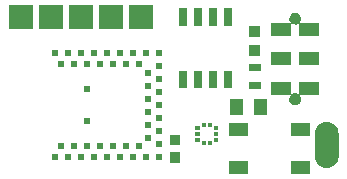
<source format=gbr>
G04 #@! TF.FileFunction,Soldermask,Top*
%FSLAX46Y46*%
G04 Gerber Fmt 4.6, Leading zero omitted, Abs format (unit mm)*
G04 Created by KiCad (PCBNEW 4.0.7) date Monday, September 16, 2019 'PMt' 11:11:56 PM*
%MOMM*%
%LPD*%
G01*
G04 APERTURE LIST*
%ADD10C,0.100000*%
G04 APERTURE END LIST*
D10*
G36*
X128926717Y-121530999D02*
X127275209Y-121530999D01*
X127275209Y-120429401D01*
X128926717Y-120429401D01*
X128926717Y-121530999D01*
X128926717Y-121530999D01*
G37*
G36*
X123676791Y-121530999D02*
X122025283Y-121530999D01*
X122025283Y-120429401D01*
X123676791Y-120429401D01*
X123676791Y-121530999D01*
X123676791Y-121530999D01*
G37*
G36*
X130503728Y-117117227D02*
X130503731Y-117117228D01*
X130503741Y-117117229D01*
X130690794Y-117175132D01*
X130863038Y-117268264D01*
X131013912Y-117393077D01*
X131137670Y-117544819D01*
X131229597Y-117717709D01*
X131286192Y-117905162D01*
X131305300Y-118100037D01*
X131305300Y-120023963D01*
X131305202Y-120037971D01*
X131283375Y-120232561D01*
X131224168Y-120419205D01*
X131129836Y-120590794D01*
X131003972Y-120740793D01*
X130851370Y-120863489D01*
X130677843Y-120954207D01*
X130490000Y-121009492D01*
X130489995Y-121009492D01*
X130489990Y-121009494D01*
X130334055Y-121023684D01*
X130294996Y-121027239D01*
X130294993Y-121027239D01*
X130100272Y-121006773D01*
X130100269Y-121006772D01*
X130100259Y-121006771D01*
X129913206Y-120948868D01*
X129740962Y-120855736D01*
X129590088Y-120730923D01*
X129466330Y-120579181D01*
X129374403Y-120406291D01*
X129317808Y-120218838D01*
X129298700Y-120023963D01*
X129298700Y-118100037D01*
X129298798Y-118086029D01*
X129320625Y-117891439D01*
X129379832Y-117704795D01*
X129474164Y-117533206D01*
X129600028Y-117383207D01*
X129752630Y-117260511D01*
X129926157Y-117169793D01*
X130114000Y-117114508D01*
X130114005Y-117114508D01*
X130114010Y-117114506D01*
X130269945Y-117100316D01*
X130309005Y-117096761D01*
X130309007Y-117096761D01*
X130503728Y-117117227D01*
X130503728Y-117117227D01*
G37*
G36*
X117900800Y-120580800D02*
X117049200Y-120580800D01*
X117049200Y-119679200D01*
X117900800Y-119679200D01*
X117900800Y-120580800D01*
X117900800Y-120580800D01*
G37*
G36*
X116313800Y-120337800D02*
X115812200Y-120337800D01*
X115812200Y-119836200D01*
X116313800Y-119836200D01*
X116313800Y-120337800D01*
X116313800Y-120337800D01*
G37*
G36*
X115213800Y-120337800D02*
X114712200Y-120337800D01*
X114712200Y-119836200D01*
X115213800Y-119836200D01*
X115213800Y-120337800D01*
X115213800Y-120337800D01*
G37*
G36*
X114113800Y-120337800D02*
X113612200Y-120337800D01*
X113612200Y-119836200D01*
X114113800Y-119836200D01*
X114113800Y-120337800D01*
X114113800Y-120337800D01*
G37*
G36*
X113013800Y-120337800D02*
X112512200Y-120337800D01*
X112512200Y-119836200D01*
X113013800Y-119836200D01*
X113013800Y-120337800D01*
X113013800Y-120337800D01*
G37*
G36*
X111913800Y-120337800D02*
X111412200Y-120337800D01*
X111412200Y-119836200D01*
X111913800Y-119836200D01*
X111913800Y-120337800D01*
X111913800Y-120337800D01*
G37*
G36*
X110813800Y-120337800D02*
X110312200Y-120337800D01*
X110312200Y-119836200D01*
X110813800Y-119836200D01*
X110813800Y-120337800D01*
X110813800Y-120337800D01*
G37*
G36*
X109713800Y-120337800D02*
X109212200Y-120337800D01*
X109212200Y-119836200D01*
X109713800Y-119836200D01*
X109713800Y-120337800D01*
X109713800Y-120337800D01*
G37*
G36*
X108613800Y-120337800D02*
X108112200Y-120337800D01*
X108112200Y-119836200D01*
X108613800Y-119836200D01*
X108613800Y-120337800D01*
X108613800Y-120337800D01*
G37*
G36*
X107513800Y-120337800D02*
X107012200Y-120337800D01*
X107012200Y-119836200D01*
X107513800Y-119836200D01*
X107513800Y-120337800D01*
X107513800Y-120337800D01*
G37*
G36*
X110263800Y-119437800D02*
X109762200Y-119437800D01*
X109762200Y-118936200D01*
X110263800Y-118936200D01*
X110263800Y-119437800D01*
X110263800Y-119437800D01*
G37*
G36*
X111363800Y-119437800D02*
X110862200Y-119437800D01*
X110862200Y-118936200D01*
X111363800Y-118936200D01*
X111363800Y-119437800D01*
X111363800Y-119437800D01*
G37*
G36*
X112463800Y-119437800D02*
X111962200Y-119437800D01*
X111962200Y-118936200D01*
X112463800Y-118936200D01*
X112463800Y-119437800D01*
X112463800Y-119437800D01*
G37*
G36*
X108063800Y-119437800D02*
X107562200Y-119437800D01*
X107562200Y-118936200D01*
X108063800Y-118936200D01*
X108063800Y-119437800D01*
X108063800Y-119437800D01*
G37*
G36*
X109163800Y-119437800D02*
X108662200Y-119437800D01*
X108662200Y-118936200D01*
X109163800Y-118936200D01*
X109163800Y-119437800D01*
X109163800Y-119437800D01*
G37*
G36*
X113563800Y-119437800D02*
X113062200Y-119437800D01*
X113062200Y-118936200D01*
X113563800Y-118936200D01*
X113563800Y-119437800D01*
X113563800Y-119437800D01*
G37*
G36*
X114663800Y-119437800D02*
X114162200Y-119437800D01*
X114162200Y-118936200D01*
X114663800Y-118936200D01*
X114663800Y-119437800D01*
X114663800Y-119437800D01*
G37*
G36*
X116313800Y-119237800D02*
X115812200Y-119237800D01*
X115812200Y-118736200D01*
X116313800Y-118736200D01*
X116313800Y-119237800D01*
X116313800Y-119237800D01*
G37*
G36*
X117900800Y-119080800D02*
X117049200Y-119080800D01*
X117049200Y-118179200D01*
X117900800Y-118179200D01*
X117900800Y-119080800D01*
X117900800Y-119080800D01*
G37*
G36*
X120067800Y-119060800D02*
X119716200Y-119060800D01*
X119716200Y-118684200D01*
X120067800Y-118684200D01*
X120067800Y-119060800D01*
X120067800Y-119060800D01*
G37*
G36*
X120567800Y-119060800D02*
X120216200Y-119060800D01*
X120216200Y-118684200D01*
X120567800Y-118684200D01*
X120567800Y-119060800D01*
X120567800Y-119060800D01*
G37*
G36*
X119567800Y-118785800D02*
X119191200Y-118785800D01*
X119191200Y-118434200D01*
X119567800Y-118434200D01*
X119567800Y-118785800D01*
X119567800Y-118785800D01*
G37*
G36*
X121092800Y-118785800D02*
X120716200Y-118785800D01*
X120716200Y-118434200D01*
X121092800Y-118434200D01*
X121092800Y-118785800D01*
X121092800Y-118785800D01*
G37*
G36*
X115413800Y-118687800D02*
X114912200Y-118687800D01*
X114912200Y-118186200D01*
X115413800Y-118186200D01*
X115413800Y-118687800D01*
X115413800Y-118687800D01*
G37*
G36*
X123676791Y-118330599D02*
X122025283Y-118330599D01*
X122025283Y-117229001D01*
X123676791Y-117229001D01*
X123676791Y-118330599D01*
X123676791Y-118330599D01*
G37*
G36*
X128926717Y-118330599D02*
X127275209Y-118330599D01*
X127275209Y-117229001D01*
X128926717Y-117229001D01*
X128926717Y-118330599D01*
X128926717Y-118330599D01*
G37*
G36*
X119567800Y-118285800D02*
X119191200Y-118285800D01*
X119191200Y-117934200D01*
X119567800Y-117934200D01*
X119567800Y-118285800D01*
X119567800Y-118285800D01*
G37*
G36*
X121092800Y-118285800D02*
X120716200Y-118285800D01*
X120716200Y-117934200D01*
X121092800Y-117934200D01*
X121092800Y-118285800D01*
X121092800Y-118285800D01*
G37*
G36*
X116313800Y-118137800D02*
X115812200Y-118137800D01*
X115812200Y-117636200D01*
X116313800Y-117636200D01*
X116313800Y-118137800D01*
X116313800Y-118137800D01*
G37*
G36*
X119567800Y-117785800D02*
X119191200Y-117785800D01*
X119191200Y-117434200D01*
X119567800Y-117434200D01*
X119567800Y-117785800D01*
X119567800Y-117785800D01*
G37*
G36*
X121092800Y-117785800D02*
X120716200Y-117785800D01*
X120716200Y-117434200D01*
X121092800Y-117434200D01*
X121092800Y-117785800D01*
X121092800Y-117785800D01*
G37*
G36*
X115413800Y-117587800D02*
X114912200Y-117587800D01*
X114912200Y-117086200D01*
X115413800Y-117086200D01*
X115413800Y-117587800D01*
X115413800Y-117587800D01*
G37*
G36*
X120567800Y-117535800D02*
X120216200Y-117535800D01*
X120216200Y-117159200D01*
X120567800Y-117159200D01*
X120567800Y-117535800D01*
X120567800Y-117535800D01*
G37*
G36*
X120067800Y-117535800D02*
X119716200Y-117535800D01*
X119716200Y-117159200D01*
X120067800Y-117159200D01*
X120067800Y-117535800D01*
X120067800Y-117535800D01*
G37*
G36*
X110263800Y-117287800D02*
X109762200Y-117287800D01*
X109762200Y-116786200D01*
X110263800Y-116786200D01*
X110263800Y-117287800D01*
X110263800Y-117287800D01*
G37*
G36*
X116313800Y-117037800D02*
X115812200Y-117037800D01*
X115812200Y-116536200D01*
X116313800Y-116536200D01*
X116313800Y-117037800D01*
X116313800Y-117037800D01*
G37*
G36*
X125248800Y-116499800D02*
X124147200Y-116499800D01*
X124147200Y-115148200D01*
X125248800Y-115148200D01*
X125248800Y-116499800D01*
X125248800Y-116499800D01*
G37*
G36*
X123248800Y-116499800D02*
X122147200Y-116499800D01*
X122147200Y-115148200D01*
X123248800Y-115148200D01*
X123248800Y-116499800D01*
X123248800Y-116499800D01*
G37*
G36*
X115413800Y-116487800D02*
X114912200Y-116487800D01*
X114912200Y-115986200D01*
X115413800Y-115986200D01*
X115413800Y-116487800D01*
X115413800Y-116487800D01*
G37*
G36*
X116313800Y-115937800D02*
X115812200Y-115937800D01*
X115812200Y-115436200D01*
X116313800Y-115436200D01*
X116313800Y-115937800D01*
X116313800Y-115937800D01*
G37*
G36*
X127285776Y-114770676D02*
X127286279Y-114774214D01*
X127287747Y-114777472D01*
X127290066Y-114780192D01*
X127293050Y-114782158D01*
X127296463Y-114783216D01*
X127300036Y-114783280D01*
X127303486Y-114782346D01*
X127307362Y-114779750D01*
X127319144Y-114768212D01*
X127401465Y-114714343D01*
X127492676Y-114677491D01*
X127589313Y-114659057D01*
X127687689Y-114659743D01*
X127784061Y-114679526D01*
X127874751Y-114717648D01*
X127956311Y-114772661D01*
X127962512Y-114778906D01*
X127965362Y-114781062D01*
X127968700Y-114782339D01*
X127972261Y-114782636D01*
X127975764Y-114781928D01*
X127978931Y-114780273D01*
X127981512Y-114777801D01*
X127983302Y-114774708D01*
X127984224Y-114769957D01*
X127984224Y-113709196D01*
X129685770Y-113709196D01*
X129685770Y-114810794D01*
X128024689Y-114810794D01*
X128021151Y-114811297D01*
X128017893Y-114812765D01*
X128015173Y-114815084D01*
X128013207Y-114818068D01*
X128012149Y-114821481D01*
X128012085Y-114825054D01*
X128013019Y-114828504D01*
X128015677Y-114832443D01*
X128025635Y-114842470D01*
X128080073Y-114924408D01*
X128117564Y-115015368D01*
X128136654Y-115111781D01*
X128136654Y-115111785D01*
X128136671Y-115111871D01*
X128135102Y-115224238D01*
X128135084Y-115224317D01*
X128135084Y-115224328D01*
X128113308Y-115320170D01*
X128073294Y-115410044D01*
X128016583Y-115490437D01*
X127945342Y-115558279D01*
X127862280Y-115610991D01*
X127770553Y-115646570D01*
X127673672Y-115663653D01*
X127575317Y-115661592D01*
X127479230Y-115640466D01*
X127389082Y-115601081D01*
X127308296Y-115544934D01*
X127239957Y-115474166D01*
X127186664Y-115391472D01*
X127150448Y-115300002D01*
X127132690Y-115203244D01*
X127134064Y-115104867D01*
X127154516Y-115008644D01*
X127193273Y-114918219D01*
X127248853Y-114837046D01*
X127253425Y-114832568D01*
X127255601Y-114829733D01*
X127256901Y-114826404D01*
X127257222Y-114822845D01*
X127256539Y-114819337D01*
X127254906Y-114816158D01*
X127252452Y-114813561D01*
X127249371Y-114811749D01*
X127244539Y-114810794D01*
X125584230Y-114810794D01*
X125584230Y-113709196D01*
X127285776Y-113709196D01*
X127285776Y-114770676D01*
X127285776Y-114770676D01*
G37*
G36*
X115413800Y-115387800D02*
X114912200Y-115387800D01*
X114912200Y-114886200D01*
X115413800Y-114886200D01*
X115413800Y-115387800D01*
X115413800Y-115387800D01*
G37*
G36*
X116313800Y-114837800D02*
X115812200Y-114837800D01*
X115812200Y-114336200D01*
X116313800Y-114336200D01*
X116313800Y-114837800D01*
X116313800Y-114837800D01*
G37*
G36*
X110263800Y-114587800D02*
X109762200Y-114587800D01*
X109762200Y-114086200D01*
X110263800Y-114086200D01*
X110263800Y-114587800D01*
X110263800Y-114587800D01*
G37*
G36*
X124706800Y-114334800D02*
X123705200Y-114334800D01*
X123705200Y-113733200D01*
X124706800Y-113733200D01*
X124706800Y-114334800D01*
X124706800Y-114334800D01*
G37*
G36*
X115413800Y-114287800D02*
X114912200Y-114287800D01*
X114912200Y-113786200D01*
X115413800Y-113786200D01*
X115413800Y-114287800D01*
X115413800Y-114287800D01*
G37*
G36*
X119730800Y-114271800D02*
X119029200Y-114271800D01*
X119029200Y-112770200D01*
X119730800Y-112770200D01*
X119730800Y-114271800D01*
X119730800Y-114271800D01*
G37*
G36*
X121000800Y-114271800D02*
X120299200Y-114271800D01*
X120299200Y-112770200D01*
X121000800Y-112770200D01*
X121000800Y-114271800D01*
X121000800Y-114271800D01*
G37*
G36*
X118460800Y-114271800D02*
X117759200Y-114271800D01*
X117759200Y-112770200D01*
X118460800Y-112770200D01*
X118460800Y-114271800D01*
X118460800Y-114271800D01*
G37*
G36*
X122270800Y-114271800D02*
X121569200Y-114271800D01*
X121569200Y-112770200D01*
X122270800Y-112770200D01*
X122270800Y-114271800D01*
X122270800Y-114271800D01*
G37*
G36*
X116313800Y-113737800D02*
X115812200Y-113737800D01*
X115812200Y-113236200D01*
X116313800Y-113236200D01*
X116313800Y-113737800D01*
X116313800Y-113737800D01*
G37*
G36*
X115413800Y-113187800D02*
X114912200Y-113187800D01*
X114912200Y-112686200D01*
X115413800Y-112686200D01*
X115413800Y-113187800D01*
X115413800Y-113187800D01*
G37*
G36*
X124706800Y-112834800D02*
X123705200Y-112834800D01*
X123705200Y-112233200D01*
X124706800Y-112233200D01*
X124706800Y-112834800D01*
X124706800Y-112834800D01*
G37*
G36*
X116313800Y-112637800D02*
X115812200Y-112637800D01*
X115812200Y-112136200D01*
X116313800Y-112136200D01*
X116313800Y-112637800D01*
X116313800Y-112637800D01*
G37*
G36*
X114663800Y-112437800D02*
X114162200Y-112437800D01*
X114162200Y-111936200D01*
X114663800Y-111936200D01*
X114663800Y-112437800D01*
X114663800Y-112437800D01*
G37*
G36*
X113563800Y-112437800D02*
X113062200Y-112437800D01*
X113062200Y-111936200D01*
X113563800Y-111936200D01*
X113563800Y-112437800D01*
X113563800Y-112437800D01*
G37*
G36*
X109163800Y-112437800D02*
X108662200Y-112437800D01*
X108662200Y-111936200D01*
X109163800Y-111936200D01*
X109163800Y-112437800D01*
X109163800Y-112437800D01*
G37*
G36*
X108063800Y-112437800D02*
X107562200Y-112437800D01*
X107562200Y-111936200D01*
X108063800Y-111936200D01*
X108063800Y-112437800D01*
X108063800Y-112437800D01*
G37*
G36*
X112463800Y-112437800D02*
X111962200Y-112437800D01*
X111962200Y-111936200D01*
X112463800Y-111936200D01*
X112463800Y-112437800D01*
X112463800Y-112437800D01*
G37*
G36*
X111363800Y-112437800D02*
X110862200Y-112437800D01*
X110862200Y-111936200D01*
X111363800Y-111936200D01*
X111363800Y-112437800D01*
X111363800Y-112437800D01*
G37*
G36*
X110263800Y-112437800D02*
X109762200Y-112437800D01*
X109762200Y-111936200D01*
X110263800Y-111936200D01*
X110263800Y-112437800D01*
X110263800Y-112437800D01*
G37*
G36*
X127285776Y-112310799D02*
X125584230Y-112310799D01*
X125584230Y-111209201D01*
X127285776Y-111209201D01*
X127285776Y-112310799D01*
X127285776Y-112310799D01*
G37*
G36*
X129685770Y-112310799D02*
X127984224Y-112310799D01*
X127984224Y-111209201D01*
X129685770Y-111209201D01*
X129685770Y-112310799D01*
X129685770Y-112310799D01*
G37*
G36*
X116313800Y-111537800D02*
X115812200Y-111537800D01*
X115812200Y-111036200D01*
X116313800Y-111036200D01*
X116313800Y-111537800D01*
X116313800Y-111537800D01*
G37*
G36*
X115213800Y-111537800D02*
X114712200Y-111537800D01*
X114712200Y-111036200D01*
X115213800Y-111036200D01*
X115213800Y-111537800D01*
X115213800Y-111537800D01*
G37*
G36*
X109713800Y-111537800D02*
X109212200Y-111537800D01*
X109212200Y-111036200D01*
X109713800Y-111036200D01*
X109713800Y-111537800D01*
X109713800Y-111537800D01*
G37*
G36*
X110813800Y-111537800D02*
X110312200Y-111537800D01*
X110312200Y-111036200D01*
X110813800Y-111036200D01*
X110813800Y-111537800D01*
X110813800Y-111537800D01*
G37*
G36*
X111913800Y-111537800D02*
X111412200Y-111537800D01*
X111412200Y-111036200D01*
X111913800Y-111036200D01*
X111913800Y-111537800D01*
X111913800Y-111537800D01*
G37*
G36*
X113013800Y-111537800D02*
X112512200Y-111537800D01*
X112512200Y-111036200D01*
X113013800Y-111036200D01*
X113013800Y-111537800D01*
X113013800Y-111537800D01*
G37*
G36*
X114113800Y-111537800D02*
X113612200Y-111537800D01*
X113612200Y-111036200D01*
X114113800Y-111036200D01*
X114113800Y-111537800D01*
X114113800Y-111537800D01*
G37*
G36*
X107513800Y-111537800D02*
X107012200Y-111537800D01*
X107012200Y-111036200D01*
X107513800Y-111036200D01*
X107513800Y-111537800D01*
X107513800Y-111537800D01*
G37*
G36*
X108613800Y-111537800D02*
X108112200Y-111537800D01*
X108112200Y-111036200D01*
X108613800Y-111036200D01*
X108613800Y-111537800D01*
X108613800Y-111537800D01*
G37*
G36*
X124656800Y-111486800D02*
X123755200Y-111486800D01*
X123755200Y-110585200D01*
X124656800Y-110585200D01*
X124656800Y-111486800D01*
X124656800Y-111486800D01*
G37*
G36*
X124656800Y-109886800D02*
X123755200Y-109886800D01*
X123755200Y-108985200D01*
X124656800Y-108985200D01*
X124656800Y-109886800D01*
X124656800Y-109886800D01*
G37*
G36*
X127687689Y-107858639D02*
X127784061Y-107878422D01*
X127874751Y-107916544D01*
X127956311Y-107971557D01*
X128025635Y-108041367D01*
X128080073Y-108123304D01*
X128117564Y-108214264D01*
X128136654Y-108310677D01*
X128136654Y-108310681D01*
X128136671Y-108310767D01*
X128135102Y-108423134D01*
X128135084Y-108423213D01*
X128135084Y-108423224D01*
X128113308Y-108519066D01*
X128073294Y-108608940D01*
X128016687Y-108689185D01*
X128015059Y-108692366D01*
X128014381Y-108695875D01*
X128014707Y-108699434D01*
X128016012Y-108702761D01*
X128018192Y-108705592D01*
X128021075Y-108707705D01*
X128024432Y-108708930D01*
X128027065Y-108709206D01*
X129685770Y-108709206D01*
X129685770Y-109810804D01*
X127984224Y-109810804D01*
X127984224Y-108749779D01*
X127983721Y-108746241D01*
X127982253Y-108742983D01*
X127979934Y-108740263D01*
X127976950Y-108738297D01*
X127973537Y-108737239D01*
X127969964Y-108737175D01*
X127966514Y-108738109D01*
X127962766Y-108740582D01*
X127945342Y-108757175D01*
X127862280Y-108809887D01*
X127770553Y-108845466D01*
X127673672Y-108862549D01*
X127575317Y-108860488D01*
X127479230Y-108839362D01*
X127389082Y-108799977D01*
X127308293Y-108743828D01*
X127307611Y-108743122D01*
X127304792Y-108740926D01*
X127301472Y-108739603D01*
X127297915Y-108739256D01*
X127294403Y-108739915D01*
X127291213Y-108741526D01*
X127288598Y-108743962D01*
X127286765Y-108747030D01*
X127285776Y-108751944D01*
X127285776Y-109810804D01*
X125584230Y-109810804D01*
X125584230Y-108709206D01*
X127244941Y-108709206D01*
X127248479Y-108708703D01*
X127251737Y-108707235D01*
X127254457Y-108704916D01*
X127256423Y-108701932D01*
X127257481Y-108698519D01*
X127257545Y-108694946D01*
X127256611Y-108691496D01*
X127254077Y-108687684D01*
X127239957Y-108673062D01*
X127186664Y-108590368D01*
X127150448Y-108498898D01*
X127132690Y-108402140D01*
X127134064Y-108303763D01*
X127154516Y-108207540D01*
X127193273Y-108117115D01*
X127248852Y-108035942D01*
X127319144Y-107967108D01*
X127401465Y-107913239D01*
X127492676Y-107876387D01*
X127589313Y-107857953D01*
X127687689Y-107858639D01*
X127687689Y-107858639D01*
G37*
G36*
X115557300Y-109207300D02*
X113550700Y-109207300D01*
X113550700Y-107200700D01*
X115557300Y-107200700D01*
X115557300Y-109207300D01*
X115557300Y-109207300D01*
G37*
G36*
X113017300Y-109207300D02*
X111010700Y-109207300D01*
X111010700Y-107200700D01*
X113017300Y-107200700D01*
X113017300Y-109207300D01*
X113017300Y-109207300D01*
G37*
G36*
X110477300Y-109207300D02*
X108470700Y-109207300D01*
X108470700Y-107200700D01*
X110477300Y-107200700D01*
X110477300Y-109207300D01*
X110477300Y-109207300D01*
G37*
G36*
X107937300Y-109207300D02*
X105930700Y-109207300D01*
X105930700Y-107200700D01*
X107937300Y-107200700D01*
X107937300Y-109207300D01*
X107937300Y-109207300D01*
G37*
G36*
X105397300Y-109207300D02*
X103390700Y-109207300D01*
X103390700Y-107200700D01*
X105397300Y-107200700D01*
X105397300Y-109207300D01*
X105397300Y-109207300D01*
G37*
G36*
X118460800Y-108971800D02*
X117759200Y-108971800D01*
X117759200Y-107470200D01*
X118460800Y-107470200D01*
X118460800Y-108971800D01*
X118460800Y-108971800D01*
G37*
G36*
X119730800Y-108971800D02*
X119029200Y-108971800D01*
X119029200Y-107470200D01*
X119730800Y-107470200D01*
X119730800Y-108971800D01*
X119730800Y-108971800D01*
G37*
G36*
X121000800Y-108971800D02*
X120299200Y-108971800D01*
X120299200Y-107470200D01*
X121000800Y-107470200D01*
X121000800Y-108971800D01*
X121000800Y-108971800D01*
G37*
G36*
X122270800Y-108971800D02*
X121569200Y-108971800D01*
X121569200Y-107470200D01*
X122270800Y-107470200D01*
X122270800Y-108971800D01*
X122270800Y-108971800D01*
G37*
M02*

</source>
